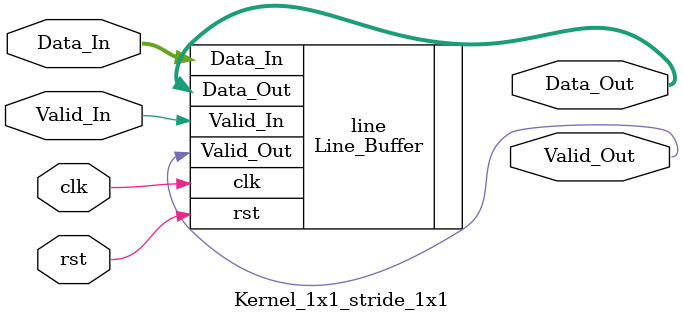
<source format=v>
`timescale 1ns / 1ps


module Kernel_1x1_stride_1x1 #(parameter IMG_WIDHT = 299)
    (
        input [31:0] Data_In,
        input Valid_In,
        input clk,
        input rst,
        output [31:0] Data_Out,
        output Valid_Out
    );

    Line_Buffer #(.LENGHT(IMG_WIDHT),.DATA_WIDHT(32))
        line (
            .clk(clk),
            .rst(rst),
            .Valid_In(Valid_In),
            .Data_In(Data_In),
            .Valid_Out(Valid_Out),
            .Data_Out(Data_Out)
        );




endmodule

</source>
